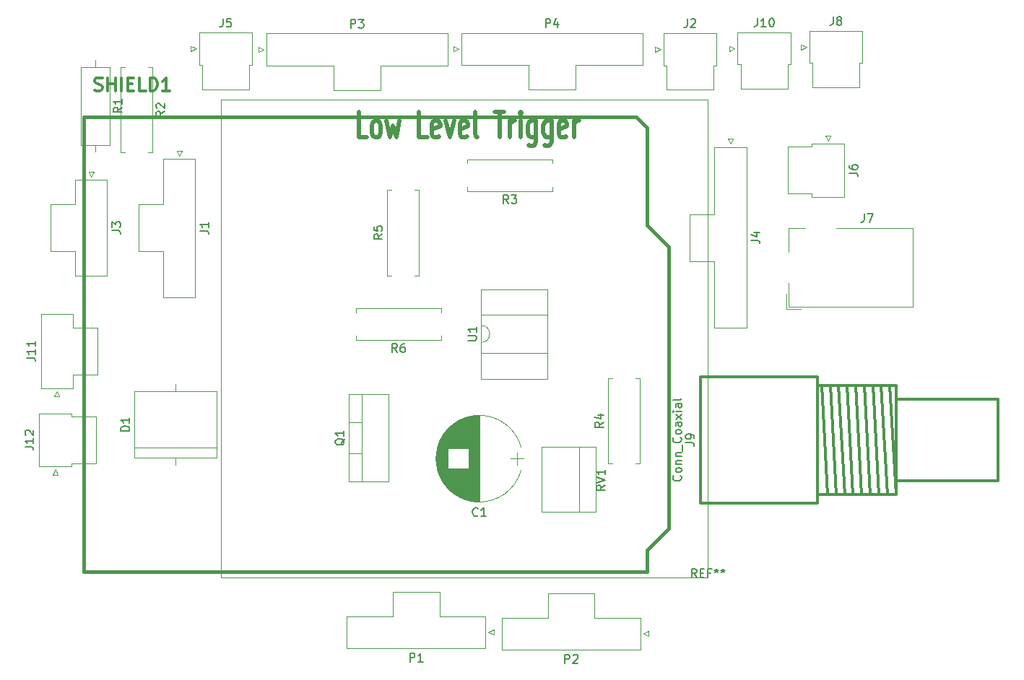
<source format=gbr>
G04 #@! TF.GenerationSoftware,KiCad,Pcbnew,(5.1.2)-2*
G04 #@! TF.CreationDate,2019-07-05T17:58:29+05:30*
G04 #@! TF.ProjectId,AnimalBehaviour,416e696d-616c-4426-9568-6176696f7572,rev?*
G04 #@! TF.SameCoordinates,Original*
G04 #@! TF.FileFunction,Legend,Top*
G04 #@! TF.FilePolarity,Positive*
%FSLAX46Y46*%
G04 Gerber Fmt 4.6, Leading zero omitted, Abs format (unit mm)*
G04 Created by KiCad (PCBNEW (5.1.2)-2) date 2019-07-05 17:58:29*
%MOMM*%
%LPD*%
G04 APERTURE LIST*
%ADD10C,0.120000*%
%ADD11C,0.381000*%
%ADD12C,0.300000*%
%ADD13C,0.150000*%
%ADD14C,0.304800*%
%ADD15C,0.500000*%
%ADD16C,0.200000*%
G04 APERTURE END LIST*
D10*
X156340000Y-82450000D02*
X156340000Y-71830000D01*
X156340000Y-71830000D02*
X152560000Y-71830000D01*
X152560000Y-71830000D02*
X152560000Y-79700000D01*
X152560000Y-79700000D02*
X149700000Y-79700000D01*
X149700000Y-79700000D02*
X149700000Y-82450000D01*
X156340000Y-82450000D02*
X156340000Y-93070000D01*
X156340000Y-93070000D02*
X152560000Y-93070000D01*
X152560000Y-93070000D02*
X152560000Y-85200000D01*
X152560000Y-85200000D02*
X149700000Y-85200000D01*
X149700000Y-85200000D02*
X149700000Y-82450000D01*
X154450000Y-71480000D02*
X154150000Y-70880000D01*
X154150000Y-70880000D02*
X154750000Y-70880000D01*
X154750000Y-70880000D02*
X154450000Y-71480000D01*
X125160000Y-88510000D02*
X125160000Y-99010000D01*
X133020000Y-88510000D02*
X125160000Y-88510000D01*
X133020000Y-99010000D02*
X133020000Y-88510000D01*
X125160000Y-99010000D02*
X133020000Y-99010000D01*
X125220000Y-91510000D02*
X125220000Y-92760000D01*
X132960000Y-91510000D02*
X125220000Y-91510000D01*
X132960000Y-96010000D02*
X132960000Y-91510000D01*
X125220000Y-96010000D02*
X132960000Y-96010000D01*
X125220000Y-94760000D02*
X125220000Y-96010000D01*
X125220000Y-92760000D02*
G75*
G02X125220000Y-94760000I0J-1000000D01*
G01*
X90110000Y-72260000D02*
X89810000Y-72860000D01*
X89510000Y-72260000D02*
X90110000Y-72260000D01*
X89810000Y-72860000D02*
X89510000Y-72260000D01*
X85060000Y-84080000D02*
X85060000Y-81330000D01*
X87920000Y-84080000D02*
X85060000Y-84080000D01*
X87920000Y-89450000D02*
X87920000Y-84080000D01*
X91700000Y-89450000D02*
X87920000Y-89450000D01*
X91700000Y-81330000D02*
X91700000Y-89450000D01*
X85060000Y-78580000D02*
X85060000Y-81330000D01*
X87920000Y-78580000D02*
X85060000Y-78580000D01*
X87920000Y-73210000D02*
X87920000Y-78580000D01*
X91700000Y-73210000D02*
X87920000Y-73210000D01*
X91700000Y-81330000D02*
X91700000Y-73210000D01*
D11*
X144640000Y-81040000D02*
X144640000Y-69610000D01*
X144640000Y-69610000D02*
X143370000Y-68340000D01*
X143370000Y-68340000D02*
X78600000Y-68340000D01*
X144640000Y-121680000D02*
X78600000Y-121680000D01*
X78600000Y-121680000D02*
X78600000Y-68340000D01*
X144640000Y-81040000D02*
X147180000Y-83580000D01*
X147180000Y-83580000D02*
X147180000Y-116600000D01*
X147180000Y-116600000D02*
X144640000Y-119140000D01*
X144640000Y-119140000D02*
X144640000Y-121680000D01*
D10*
X151810000Y-66260000D02*
X151810000Y-122360000D01*
X94710000Y-66260000D02*
X151810000Y-66260000D01*
X94710000Y-122360000D02*
X94710000Y-66260000D01*
X151810000Y-122360000D02*
X94710000Y-122360000D01*
X129450000Y-109140000D02*
X129450000Y-107640000D01*
X130200000Y-108390000D02*
X128700000Y-108390000D01*
X119919000Y-108669000D02*
X119919000Y-108111000D01*
X119959000Y-109062000D02*
X119959000Y-107718000D01*
X119999000Y-109303000D02*
X119999000Y-107477000D01*
X120039000Y-109494000D02*
X120039000Y-107286000D01*
X120079000Y-109655000D02*
X120079000Y-107125000D01*
X120119000Y-109797000D02*
X120119000Y-106983000D01*
X120159000Y-109926000D02*
X120159000Y-106854000D01*
X120199000Y-110044000D02*
X120199000Y-106736000D01*
X120239000Y-110153000D02*
X120239000Y-106627000D01*
X120279000Y-110256000D02*
X120279000Y-106524000D01*
X120319000Y-110352000D02*
X120319000Y-106428000D01*
X120359000Y-110443000D02*
X120359000Y-106337000D01*
X120399000Y-110530000D02*
X120399000Y-106250000D01*
X120439000Y-110612000D02*
X120439000Y-106168000D01*
X120479000Y-110691000D02*
X120479000Y-106089000D01*
X120519000Y-110767000D02*
X120519000Y-106013000D01*
X120559000Y-110839000D02*
X120559000Y-105941000D01*
X120599000Y-110909000D02*
X120599000Y-105871000D01*
X120639000Y-110977000D02*
X120639000Y-105803000D01*
X120679000Y-111042000D02*
X120679000Y-105738000D01*
X120719000Y-111105000D02*
X120719000Y-105675000D01*
X120759000Y-111167000D02*
X120759000Y-105613000D01*
X120799000Y-111226000D02*
X120799000Y-105554000D01*
X120839000Y-111284000D02*
X120839000Y-105496000D01*
X120879000Y-111339000D02*
X120879000Y-105441000D01*
X120919000Y-111394000D02*
X120919000Y-105386000D01*
X120959000Y-111447000D02*
X120959000Y-105333000D01*
X120999000Y-111498000D02*
X120999000Y-105282000D01*
X121039000Y-111548000D02*
X121039000Y-105232000D01*
X121079000Y-111597000D02*
X121079000Y-105183000D01*
X121119000Y-111645000D02*
X121119000Y-105135000D01*
X121159000Y-111692000D02*
X121159000Y-105088000D01*
X121199000Y-111737000D02*
X121199000Y-105043000D01*
X121239000Y-111781000D02*
X121239000Y-104999000D01*
X121279000Y-111825000D02*
X121279000Y-104955000D01*
X121319000Y-111867000D02*
X121319000Y-104913000D01*
X121359000Y-107209000D02*
X121359000Y-104872000D01*
X121359000Y-111908000D02*
X121359000Y-109571000D01*
X121399000Y-107209000D02*
X121399000Y-104831000D01*
X121399000Y-111949000D02*
X121399000Y-109571000D01*
X121439000Y-107209000D02*
X121439000Y-104792000D01*
X121439000Y-111988000D02*
X121439000Y-109571000D01*
X121479000Y-107209000D02*
X121479000Y-104753000D01*
X121479000Y-112027000D02*
X121479000Y-109571000D01*
X121519000Y-107209000D02*
X121519000Y-104715000D01*
X121519000Y-112065000D02*
X121519000Y-109571000D01*
X121559000Y-107209000D02*
X121559000Y-104678000D01*
X121559000Y-112102000D02*
X121559000Y-109571000D01*
X121599000Y-107209000D02*
X121599000Y-104642000D01*
X121599000Y-112138000D02*
X121599000Y-109571000D01*
X121639000Y-107209000D02*
X121639000Y-104606000D01*
X121639000Y-112174000D02*
X121639000Y-109571000D01*
X121679000Y-107209000D02*
X121679000Y-104571000D01*
X121679000Y-112209000D02*
X121679000Y-109571000D01*
X121719000Y-107209000D02*
X121719000Y-104537000D01*
X121719000Y-112243000D02*
X121719000Y-109571000D01*
X121759000Y-107209000D02*
X121759000Y-104504000D01*
X121759000Y-112276000D02*
X121759000Y-109571000D01*
X121799000Y-107209000D02*
X121799000Y-104471000D01*
X121799000Y-112309000D02*
X121799000Y-109571000D01*
X121839000Y-107209000D02*
X121839000Y-104439000D01*
X121839000Y-112341000D02*
X121839000Y-109571000D01*
X121879000Y-107209000D02*
X121879000Y-104408000D01*
X121879000Y-112372000D02*
X121879000Y-109571000D01*
X121919000Y-107209000D02*
X121919000Y-104377000D01*
X121919000Y-112403000D02*
X121919000Y-109571000D01*
X121959000Y-107209000D02*
X121959000Y-104347000D01*
X121959000Y-112433000D02*
X121959000Y-109571000D01*
X121999000Y-107209000D02*
X121999000Y-104318000D01*
X121999000Y-112462000D02*
X121999000Y-109571000D01*
X122039000Y-107209000D02*
X122039000Y-104289000D01*
X122039000Y-112491000D02*
X122039000Y-109571000D01*
X122079000Y-107209000D02*
X122079000Y-104260000D01*
X122079000Y-112520000D02*
X122079000Y-109571000D01*
X122119000Y-107209000D02*
X122119000Y-104233000D01*
X122119000Y-112547000D02*
X122119000Y-109571000D01*
X122159000Y-107209000D02*
X122159000Y-104205000D01*
X122159000Y-112575000D02*
X122159000Y-109571000D01*
X122199000Y-107209000D02*
X122199000Y-104179000D01*
X122199000Y-112601000D02*
X122199000Y-109571000D01*
X122239000Y-107209000D02*
X122239000Y-104153000D01*
X122239000Y-112627000D02*
X122239000Y-109571000D01*
X122279000Y-107209000D02*
X122279000Y-104127000D01*
X122279000Y-112653000D02*
X122279000Y-109571000D01*
X122319000Y-107209000D02*
X122319000Y-104102000D01*
X122319000Y-112678000D02*
X122319000Y-109571000D01*
X122359000Y-107209000D02*
X122359000Y-104078000D01*
X122359000Y-112702000D02*
X122359000Y-109571000D01*
X122399000Y-107209000D02*
X122399000Y-104054000D01*
X122399000Y-112726000D02*
X122399000Y-109571000D01*
X122439000Y-107209000D02*
X122439000Y-104030000D01*
X122439000Y-112750000D02*
X122439000Y-109571000D01*
X122479000Y-107209000D02*
X122479000Y-104007000D01*
X122479000Y-112773000D02*
X122479000Y-109571000D01*
X122519000Y-107209000D02*
X122519000Y-103985000D01*
X122519000Y-112795000D02*
X122519000Y-109571000D01*
X122559000Y-107209000D02*
X122559000Y-103962000D01*
X122559000Y-112818000D02*
X122559000Y-109571000D01*
X122599000Y-107209000D02*
X122599000Y-103941000D01*
X122599000Y-112839000D02*
X122599000Y-109571000D01*
X122639000Y-107209000D02*
X122639000Y-103920000D01*
X122639000Y-112860000D02*
X122639000Y-109571000D01*
X122679000Y-107209000D02*
X122679000Y-103899000D01*
X122679000Y-112881000D02*
X122679000Y-109571000D01*
X122719000Y-107209000D02*
X122719000Y-103879000D01*
X122719000Y-112901000D02*
X122719000Y-109571000D01*
X122759000Y-107209000D02*
X122759000Y-103859000D01*
X122759000Y-112921000D02*
X122759000Y-109571000D01*
X122799000Y-107209000D02*
X122799000Y-103840000D01*
X122799000Y-112940000D02*
X122799000Y-109571000D01*
X122839000Y-107209000D02*
X122839000Y-103821000D01*
X122839000Y-112959000D02*
X122839000Y-109571000D01*
X122879000Y-107209000D02*
X122879000Y-103802000D01*
X122879000Y-112978000D02*
X122879000Y-109571000D01*
X122919000Y-107209000D02*
X122919000Y-103784000D01*
X122919000Y-112996000D02*
X122919000Y-109571000D01*
X122959000Y-107209000D02*
X122959000Y-103766000D01*
X122959000Y-113014000D02*
X122959000Y-109571000D01*
X122999000Y-107209000D02*
X122999000Y-103749000D01*
X122999000Y-113031000D02*
X122999000Y-109571000D01*
X123039000Y-107209000D02*
X123039000Y-103732000D01*
X123039000Y-113048000D02*
X123039000Y-109571000D01*
X123079000Y-107209000D02*
X123079000Y-103716000D01*
X123079000Y-113064000D02*
X123079000Y-109571000D01*
X123119000Y-107209000D02*
X123119000Y-103699000D01*
X123119000Y-113081000D02*
X123119000Y-109571000D01*
X123159000Y-107209000D02*
X123159000Y-103684000D01*
X123159000Y-113096000D02*
X123159000Y-109571000D01*
X123199000Y-107209000D02*
X123199000Y-103668000D01*
X123199000Y-113112000D02*
X123199000Y-109571000D01*
X123239000Y-107209000D02*
X123239000Y-103653000D01*
X123239000Y-113127000D02*
X123239000Y-109571000D01*
X123279000Y-107209000D02*
X123279000Y-103639000D01*
X123279000Y-113141000D02*
X123279000Y-109571000D01*
X123319000Y-107209000D02*
X123319000Y-103625000D01*
X123319000Y-113155000D02*
X123319000Y-109571000D01*
X123359000Y-107209000D02*
X123359000Y-103611000D01*
X123359000Y-113169000D02*
X123359000Y-109571000D01*
X123399000Y-107209000D02*
X123399000Y-103598000D01*
X123399000Y-113182000D02*
X123399000Y-109571000D01*
X123439000Y-107209000D02*
X123439000Y-103584000D01*
X123439000Y-113196000D02*
X123439000Y-109571000D01*
X123479000Y-107209000D02*
X123479000Y-103572000D01*
X123479000Y-113208000D02*
X123479000Y-109571000D01*
X123519000Y-107209000D02*
X123519000Y-103559000D01*
X123519000Y-113221000D02*
X123519000Y-109571000D01*
X123559000Y-107209000D02*
X123559000Y-103547000D01*
X123559000Y-113233000D02*
X123559000Y-109571000D01*
X123599000Y-107209000D02*
X123599000Y-103536000D01*
X123599000Y-113244000D02*
X123599000Y-109571000D01*
X123639000Y-107209000D02*
X123639000Y-103525000D01*
X123639000Y-113255000D02*
X123639000Y-109571000D01*
X123679000Y-107209000D02*
X123679000Y-103514000D01*
X123679000Y-113266000D02*
X123679000Y-109571000D01*
X123719000Y-113277000D02*
X123719000Y-103503000D01*
X123759000Y-113287000D02*
X123759000Y-103493000D01*
X123799000Y-113297000D02*
X123799000Y-103483000D01*
X123839000Y-113307000D02*
X123839000Y-103473000D01*
X123879000Y-113316000D02*
X123879000Y-103464000D01*
X123919000Y-113325000D02*
X123919000Y-103455000D01*
X123959000Y-113333000D02*
X123959000Y-103447000D01*
X123999000Y-113341000D02*
X123999000Y-103439000D01*
X124039000Y-113349000D02*
X124039000Y-103431000D01*
X124079000Y-113357000D02*
X124079000Y-103423000D01*
X124119000Y-113364000D02*
X124119000Y-103416000D01*
X124159000Y-113371000D02*
X124159000Y-103409000D01*
X124199000Y-113377000D02*
X124199000Y-103403000D01*
X124239000Y-113383000D02*
X124239000Y-103397000D01*
X124279000Y-113389000D02*
X124279000Y-103391000D01*
X124320000Y-113395000D02*
X124320000Y-103385000D01*
X124360000Y-113400000D02*
X124360000Y-103380000D01*
X124400000Y-113405000D02*
X124400000Y-103375000D01*
X124440000Y-113410000D02*
X124440000Y-103370000D01*
X124480000Y-113414000D02*
X124480000Y-103366000D01*
X124520000Y-113418000D02*
X124520000Y-103362000D01*
X124560000Y-113421000D02*
X124560000Y-103359000D01*
X124600000Y-113425000D02*
X124600000Y-103355000D01*
X124640000Y-113428000D02*
X124640000Y-103352000D01*
X124680000Y-113430000D02*
X124680000Y-103350000D01*
X124720000Y-113433000D02*
X124720000Y-103347000D01*
X124760000Y-113435000D02*
X124760000Y-103345000D01*
X124800000Y-113437000D02*
X124800000Y-103343000D01*
X124840000Y-113438000D02*
X124840000Y-103342000D01*
X124880000Y-113439000D02*
X124880000Y-103341000D01*
X124920000Y-113440000D02*
X124920000Y-103340000D01*
X124960000Y-113440000D02*
X124960000Y-103340000D01*
X125000000Y-113440000D02*
X125000000Y-103340000D01*
X120101563Y-107006736D02*
G75*
G03X120100643Y-109770000I4898437J-1383264D01*
G01*
X120101563Y-107006736D02*
G75*
G02X129899357Y-107010000I4898437J-1383264D01*
G01*
X120101563Y-109773264D02*
G75*
G03X129899357Y-109770000I4898437J1383264D01*
G01*
X84535000Y-107047000D02*
X94185000Y-107047000D01*
X89360000Y-99610000D02*
X89360000Y-100510000D01*
X89360000Y-109150000D02*
X89360000Y-108250000D01*
X84535000Y-100510000D02*
X84535000Y-108250000D01*
X94185000Y-100510000D02*
X84535000Y-100510000D01*
X94185000Y-108250000D02*
X94185000Y-100510000D01*
X84535000Y-108250000D02*
X94185000Y-108250000D01*
X149710000Y-58480000D02*
X146590000Y-58480000D01*
X146590000Y-58480000D02*
X146590000Y-62260000D01*
X146590000Y-62260000D02*
X146960000Y-62260000D01*
X146960000Y-62260000D02*
X146960000Y-65120000D01*
X146960000Y-65120000D02*
X149710000Y-65120000D01*
X149710000Y-58480000D02*
X152830000Y-58480000D01*
X152830000Y-58480000D02*
X152830000Y-62260000D01*
X152830000Y-62260000D02*
X152460000Y-62260000D01*
X152460000Y-62260000D02*
X152460000Y-65120000D01*
X152460000Y-65120000D02*
X149710000Y-65120000D01*
X146240000Y-60370000D02*
X145640000Y-60670000D01*
X145640000Y-60670000D02*
X145640000Y-60070000D01*
X145640000Y-60070000D02*
X146240000Y-60370000D01*
X79790000Y-74720000D02*
X79490000Y-75320000D01*
X79190000Y-74720000D02*
X79790000Y-74720000D01*
X79490000Y-75320000D02*
X79190000Y-74720000D01*
X74740000Y-84040000D02*
X74740000Y-81290000D01*
X77600000Y-84040000D02*
X74740000Y-84040000D01*
X77600000Y-86910000D02*
X77600000Y-84040000D01*
X81380000Y-86910000D02*
X77600000Y-86910000D01*
X81380000Y-81290000D02*
X81380000Y-86910000D01*
X74740000Y-78540000D02*
X74740000Y-81290000D01*
X77600000Y-78540000D02*
X74740000Y-78540000D01*
X77600000Y-75670000D02*
X77600000Y-78540000D01*
X81380000Y-75670000D02*
X77600000Y-75670000D01*
X81380000Y-81290000D02*
X81380000Y-75670000D01*
X91200000Y-60000000D02*
X91800000Y-60300000D01*
X91200000Y-60600000D02*
X91200000Y-60000000D01*
X91800000Y-60300000D02*
X91200000Y-60600000D01*
X98020000Y-65050000D02*
X95270000Y-65050000D01*
X98020000Y-62190000D02*
X98020000Y-65050000D01*
X98390000Y-62190000D02*
X98020000Y-62190000D01*
X98390000Y-58410000D02*
X98390000Y-62190000D01*
X95270000Y-58410000D02*
X98390000Y-58410000D01*
X92520000Y-65050000D02*
X95270000Y-65050000D01*
X92520000Y-62190000D02*
X92520000Y-65050000D01*
X92150000Y-62190000D02*
X92520000Y-62190000D01*
X92150000Y-58410000D02*
X92150000Y-62190000D01*
X95270000Y-58410000D02*
X92150000Y-58410000D01*
X166200000Y-70490000D02*
X165900000Y-71090000D01*
X165600000Y-70490000D02*
X166200000Y-70490000D01*
X165900000Y-71090000D02*
X165600000Y-70490000D01*
X161150000Y-77310000D02*
X161150000Y-74560000D01*
X164010000Y-77310000D02*
X161150000Y-77310000D01*
X164010000Y-77680000D02*
X164010000Y-77310000D01*
X167790000Y-77680000D02*
X164010000Y-77680000D01*
X167790000Y-74560000D02*
X167790000Y-77680000D01*
X161150000Y-71810000D02*
X161150000Y-74560000D01*
X164010000Y-71810000D02*
X161150000Y-71810000D01*
X164010000Y-71440000D02*
X164010000Y-71810000D01*
X167790000Y-71440000D02*
X164010000Y-71440000D01*
X167790000Y-74560000D02*
X167790000Y-71440000D01*
X160990000Y-90790000D02*
X160990000Y-89050000D01*
X162730000Y-90790000D02*
X160990000Y-90790000D01*
X161230000Y-81350000D02*
X163230000Y-81350000D01*
X161230000Y-84150000D02*
X161230000Y-81350000D01*
X161230000Y-90550000D02*
X161230000Y-87750000D01*
X175830000Y-90550000D02*
X161230000Y-90550000D01*
X175830000Y-81350000D02*
X175830000Y-90550000D01*
X166830000Y-81350000D02*
X175830000Y-81350000D01*
X166810000Y-58210000D02*
X163690000Y-58210000D01*
X163690000Y-58210000D02*
X163690000Y-61990000D01*
X163690000Y-61990000D02*
X164060000Y-61990000D01*
X164060000Y-61990000D02*
X164060000Y-64850000D01*
X164060000Y-64850000D02*
X166810000Y-64850000D01*
X166810000Y-58210000D02*
X169930000Y-58210000D01*
X169930000Y-58210000D02*
X169930000Y-61990000D01*
X169930000Y-61990000D02*
X169560000Y-61990000D01*
X169560000Y-61990000D02*
X169560000Y-64850000D01*
X169560000Y-64850000D02*
X166810000Y-64850000D01*
X163340000Y-60100000D02*
X162740000Y-60400000D01*
X162740000Y-60400000D02*
X162740000Y-59800000D01*
X162740000Y-59800000D02*
X163340000Y-60100000D01*
D12*
X165840000Y-112580000D02*
X165140000Y-99780000D01*
X169840000Y-112580000D02*
X169140000Y-99780000D01*
X168840000Y-112580000D02*
X168140000Y-99780000D01*
X166840000Y-112580000D02*
X166140000Y-99780000D01*
X167840000Y-112580000D02*
X167140000Y-99780000D01*
X171840000Y-112580000D02*
X171140000Y-99780000D01*
X170840000Y-112580000D02*
X170140000Y-99780000D01*
X172840000Y-112580000D02*
X172140000Y-99780000D01*
X173840000Y-112580000D02*
X173140000Y-99780000D01*
X173840000Y-99780000D02*
X164640000Y-99780000D01*
X173840000Y-112580000D02*
X164640000Y-112580000D01*
X185840000Y-101380000D02*
X173840000Y-101380000D01*
X185840000Y-110980000D02*
X173840000Y-110980000D01*
X185840000Y-110980000D02*
X185840000Y-101380000D01*
X173840000Y-112580000D02*
X173840000Y-99780000D01*
X164640000Y-98780000D02*
X150940000Y-98780000D01*
X150940000Y-113580000D02*
X164640000Y-113580000D01*
X150940000Y-113580000D02*
X150940000Y-98780000D01*
X164640000Y-113580000D02*
X164640000Y-98780000D01*
D10*
X158410000Y-58380000D02*
X155290000Y-58380000D01*
X155290000Y-58380000D02*
X155290000Y-62160000D01*
X155290000Y-62160000D02*
X155660000Y-62160000D01*
X155660000Y-62160000D02*
X155660000Y-65020000D01*
X155660000Y-65020000D02*
X158410000Y-65020000D01*
X158410000Y-58380000D02*
X161530000Y-58380000D01*
X161530000Y-58380000D02*
X161530000Y-62160000D01*
X161530000Y-62160000D02*
X161160000Y-62160000D01*
X161160000Y-62160000D02*
X161160000Y-65020000D01*
X161160000Y-65020000D02*
X158410000Y-65020000D01*
X154940000Y-60270000D02*
X154340000Y-60570000D01*
X154340000Y-60570000D02*
X154340000Y-59970000D01*
X154340000Y-59970000D02*
X154940000Y-60270000D01*
X75190000Y-101070000D02*
X75490000Y-100470000D01*
X75790000Y-101070000D02*
X75190000Y-101070000D01*
X75490000Y-100470000D02*
X75790000Y-101070000D01*
X80240000Y-93000000D02*
X80240000Y-95750000D01*
X77380000Y-93000000D02*
X80240000Y-93000000D01*
X77380000Y-91380000D02*
X77380000Y-93000000D01*
X73600000Y-91380000D02*
X77380000Y-91380000D01*
X73600000Y-95750000D02*
X73600000Y-91380000D01*
X80240000Y-98500000D02*
X80240000Y-95750000D01*
X77380000Y-98500000D02*
X80240000Y-98500000D01*
X77380000Y-100120000D02*
X77380000Y-98500000D01*
X73600000Y-100120000D02*
X77380000Y-100120000D01*
X73600000Y-95750000D02*
X73600000Y-100120000D01*
X74990000Y-110260000D02*
X75290000Y-109660000D01*
X75590000Y-110260000D02*
X74990000Y-110260000D01*
X75290000Y-109660000D02*
X75590000Y-110260000D01*
X80040000Y-103440000D02*
X80040000Y-106190000D01*
X77180000Y-103440000D02*
X80040000Y-103440000D01*
X77180000Y-103070000D02*
X77180000Y-103440000D01*
X73400000Y-103070000D02*
X77180000Y-103070000D01*
X73400000Y-106190000D02*
X73400000Y-103070000D01*
X80040000Y-108940000D02*
X80040000Y-106190000D01*
X77180000Y-108940000D02*
X80040000Y-108940000D01*
X77180000Y-109310000D02*
X77180000Y-108940000D01*
X73400000Y-109310000D02*
X77180000Y-109310000D01*
X73400000Y-106190000D02*
X73400000Y-109310000D01*
X117610000Y-130640000D02*
X125730000Y-130640000D01*
X125730000Y-130640000D02*
X125730000Y-126860000D01*
X125730000Y-126860000D02*
X120360000Y-126860000D01*
X120360000Y-126860000D02*
X120360000Y-124000000D01*
X120360000Y-124000000D02*
X117610000Y-124000000D01*
X117610000Y-130640000D02*
X109490000Y-130640000D01*
X109490000Y-130640000D02*
X109490000Y-126860000D01*
X109490000Y-126860000D02*
X114860000Y-126860000D01*
X114860000Y-126860000D02*
X114860000Y-124000000D01*
X114860000Y-124000000D02*
X117610000Y-124000000D01*
X126080000Y-128750000D02*
X126680000Y-128450000D01*
X126680000Y-128450000D02*
X126680000Y-129050000D01*
X126680000Y-129050000D02*
X126080000Y-128750000D01*
X144850000Y-129220000D02*
X144250000Y-128920000D01*
X144850000Y-128620000D02*
X144850000Y-129220000D01*
X144250000Y-128920000D02*
X144850000Y-128620000D01*
X133030000Y-124170000D02*
X135780000Y-124170000D01*
X133030000Y-127030000D02*
X133030000Y-124170000D01*
X127660000Y-127030000D02*
X133030000Y-127030000D01*
X127660000Y-130810000D02*
X127660000Y-127030000D01*
X135780000Y-130810000D02*
X127660000Y-130810000D01*
X138530000Y-124170000D02*
X135780000Y-124170000D01*
X138530000Y-127030000D02*
X138530000Y-124170000D01*
X143900000Y-127030000D02*
X138530000Y-127030000D01*
X143900000Y-130810000D02*
X143900000Y-127030000D01*
X135780000Y-130810000D02*
X143900000Y-130810000D01*
X99100000Y-60110000D02*
X99700000Y-60410000D01*
X99100000Y-60710000D02*
X99100000Y-60110000D01*
X99700000Y-60410000D02*
X99100000Y-60710000D01*
X113420000Y-65160000D02*
X110670000Y-65160000D01*
X113420000Y-62300000D02*
X113420000Y-65160000D01*
X121290000Y-62300000D02*
X113420000Y-62300000D01*
X121290000Y-58520000D02*
X121290000Y-62300000D01*
X110670000Y-58520000D02*
X121290000Y-58520000D01*
X107920000Y-65160000D02*
X110670000Y-65160000D01*
X107920000Y-62300000D02*
X107920000Y-65160000D01*
X100050000Y-62300000D02*
X107920000Y-62300000D01*
X100050000Y-58520000D02*
X100050000Y-62300000D01*
X110670000Y-58520000D02*
X100050000Y-58520000D01*
X121950000Y-60040000D02*
X122550000Y-60340000D01*
X121950000Y-60640000D02*
X121950000Y-60040000D01*
X122550000Y-60340000D02*
X121950000Y-60640000D01*
X136270000Y-65090000D02*
X133520000Y-65090000D01*
X136270000Y-62230000D02*
X136270000Y-65090000D01*
X144140000Y-62230000D02*
X136270000Y-62230000D01*
X144140000Y-58450000D02*
X144140000Y-62230000D01*
X133520000Y-58450000D02*
X144140000Y-58450000D01*
X130770000Y-65090000D02*
X133520000Y-65090000D01*
X130770000Y-62230000D02*
X130770000Y-65090000D01*
X122900000Y-62230000D02*
X130770000Y-62230000D01*
X122900000Y-58450000D02*
X122900000Y-62230000D01*
X133520000Y-58450000D02*
X122900000Y-58450000D01*
X109680000Y-104099000D02*
X111190000Y-104099000D01*
X109680000Y-107800000D02*
X111190000Y-107800000D01*
X111190000Y-111070000D02*
X111190000Y-100830000D01*
X109680000Y-100830000D02*
X114321000Y-100830000D01*
X109680000Y-111070000D02*
X114321000Y-111070000D01*
X114321000Y-111070000D02*
X114321000Y-100830000D01*
X109680000Y-111070000D02*
X109680000Y-100830000D01*
X79990000Y-72380000D02*
X79990000Y-71570000D01*
X79990000Y-61640000D02*
X79990000Y-62450000D01*
X81650000Y-71570000D02*
X81650000Y-62450000D01*
X78330000Y-71570000D02*
X81650000Y-71570000D01*
X78330000Y-62450000D02*
X78330000Y-71570000D01*
X81650000Y-62450000D02*
X78330000Y-62450000D01*
X82950000Y-72490000D02*
X83430000Y-72490000D01*
X82950000Y-62470000D02*
X82950000Y-72490000D01*
X83430000Y-62470000D02*
X82950000Y-62470000D01*
X86670000Y-72490000D02*
X86190000Y-72490000D01*
X86670000Y-62470000D02*
X86670000Y-72490000D01*
X86190000Y-62470000D02*
X86670000Y-62470000D01*
X123590000Y-73280000D02*
X123590000Y-73760000D01*
X133610000Y-73280000D02*
X123590000Y-73280000D01*
X133610000Y-73760000D02*
X133610000Y-73280000D01*
X123590000Y-77000000D02*
X123590000Y-76520000D01*
X133610000Y-77000000D02*
X123590000Y-77000000D01*
X133610000Y-76520000D02*
X133610000Y-77000000D01*
X140580000Y-108950000D02*
X140100000Y-108950000D01*
X140100000Y-108950000D02*
X140100000Y-98930000D01*
X140100000Y-98930000D02*
X140580000Y-98930000D01*
X143340000Y-108950000D02*
X143820000Y-108950000D01*
X143820000Y-108950000D02*
X143820000Y-98930000D01*
X143820000Y-98930000D02*
X143340000Y-98930000D01*
X114660000Y-86900000D02*
X114180000Y-86900000D01*
X114180000Y-86900000D02*
X114180000Y-76880000D01*
X114180000Y-76880000D02*
X114660000Y-76880000D01*
X117420000Y-86900000D02*
X117900000Y-86900000D01*
X117900000Y-86900000D02*
X117900000Y-76880000D01*
X117900000Y-76880000D02*
X117420000Y-76880000D01*
X110530000Y-90730000D02*
X110530000Y-91210000D01*
X120550000Y-90730000D02*
X110530000Y-90730000D01*
X120550000Y-91210000D02*
X120550000Y-90730000D01*
X110530000Y-94450000D02*
X110530000Y-93970000D01*
X120550000Y-94450000D02*
X110530000Y-94450000D01*
X120550000Y-93970000D02*
X120550000Y-94450000D01*
X132310000Y-114660000D02*
X132310000Y-107040000D01*
X138650000Y-107040000D02*
X138650000Y-114660000D01*
X136750000Y-114660000D02*
X136750000Y-107040000D01*
X138650000Y-114660000D02*
X132310000Y-114660000D01*
X138650000Y-107040000D02*
X132310000Y-107040000D01*
D13*
X156902380Y-82783333D02*
X157616666Y-82783333D01*
X157759523Y-82830952D01*
X157854761Y-82926190D01*
X157902380Y-83069047D01*
X157902380Y-83164285D01*
X157235714Y-81878571D02*
X157902380Y-81878571D01*
X156854761Y-82116666D02*
X157569047Y-82354761D01*
X157569047Y-81735714D01*
X123672380Y-94521904D02*
X124481904Y-94521904D01*
X124577142Y-94474285D01*
X124624761Y-94426666D01*
X124672380Y-94331428D01*
X124672380Y-94140952D01*
X124624761Y-94045714D01*
X124577142Y-93998095D01*
X124481904Y-93950476D01*
X123672380Y-93950476D01*
X124672380Y-92950476D02*
X124672380Y-93521904D01*
X124672380Y-93236190D02*
X123672380Y-93236190D01*
X123815238Y-93331428D01*
X123910476Y-93426666D01*
X123958095Y-93521904D01*
X92262380Y-81663333D02*
X92976666Y-81663333D01*
X93119523Y-81710952D01*
X93214761Y-81806190D01*
X93262380Y-81949047D01*
X93262380Y-82044285D01*
X93262380Y-80663333D02*
X93262380Y-81234761D01*
X93262380Y-80949047D02*
X92262380Y-80949047D01*
X92405238Y-81044285D01*
X92500476Y-81139523D01*
X92548095Y-81234761D01*
D14*
X79924428Y-65146857D02*
X80142142Y-65219428D01*
X80505000Y-65219428D01*
X80650142Y-65146857D01*
X80722714Y-65074285D01*
X80795285Y-64929142D01*
X80795285Y-64784000D01*
X80722714Y-64638857D01*
X80650142Y-64566285D01*
X80505000Y-64493714D01*
X80214714Y-64421142D01*
X80069571Y-64348571D01*
X79997000Y-64276000D01*
X79924428Y-64130857D01*
X79924428Y-63985714D01*
X79997000Y-63840571D01*
X80069571Y-63768000D01*
X80214714Y-63695428D01*
X80577571Y-63695428D01*
X80795285Y-63768000D01*
X81448428Y-65219428D02*
X81448428Y-63695428D01*
X81448428Y-64421142D02*
X82319285Y-64421142D01*
X82319285Y-65219428D02*
X82319285Y-63695428D01*
X83045000Y-65219428D02*
X83045000Y-63695428D01*
X83770714Y-64421142D02*
X84278714Y-64421142D01*
X84496428Y-65219428D02*
X83770714Y-65219428D01*
X83770714Y-63695428D01*
X84496428Y-63695428D01*
X85875285Y-65219428D02*
X85149571Y-65219428D01*
X85149571Y-63695428D01*
X86383285Y-65219428D02*
X86383285Y-63695428D01*
X86746142Y-63695428D01*
X86963857Y-63768000D01*
X87109000Y-63913142D01*
X87181571Y-64058285D01*
X87254142Y-64348571D01*
X87254142Y-64566285D01*
X87181571Y-64856571D01*
X87109000Y-65001714D01*
X86963857Y-65146857D01*
X86746142Y-65219428D01*
X86383285Y-65219428D01*
X88705571Y-65219428D02*
X87834714Y-65219428D01*
X88270142Y-65219428D02*
X88270142Y-63695428D01*
X88125000Y-63913142D01*
X87979857Y-64058285D01*
X87834714Y-64130857D01*
D13*
X150476666Y-122312380D02*
X150143333Y-121836190D01*
X149905238Y-122312380D02*
X149905238Y-121312380D01*
X150286190Y-121312380D01*
X150381428Y-121360000D01*
X150429047Y-121407619D01*
X150476666Y-121502857D01*
X150476666Y-121645714D01*
X150429047Y-121740952D01*
X150381428Y-121788571D01*
X150286190Y-121836190D01*
X149905238Y-121836190D01*
X150905238Y-121788571D02*
X151238571Y-121788571D01*
X151381428Y-122312380D02*
X150905238Y-122312380D01*
X150905238Y-121312380D01*
X151381428Y-121312380D01*
X152143333Y-121788571D02*
X151810000Y-121788571D01*
X151810000Y-122312380D02*
X151810000Y-121312380D01*
X152286190Y-121312380D01*
X152810000Y-121312380D02*
X152810000Y-121550476D01*
X152571904Y-121455238D02*
X152810000Y-121550476D01*
X153048095Y-121455238D01*
X152667142Y-121740952D02*
X152810000Y-121550476D01*
X152952857Y-121740952D01*
X153571904Y-121312380D02*
X153571904Y-121550476D01*
X153333809Y-121455238D02*
X153571904Y-121550476D01*
X153810000Y-121455238D01*
X153429047Y-121740952D02*
X153571904Y-121550476D01*
X153714761Y-121740952D01*
D15*
X111850476Y-70717142D02*
X110898095Y-70717142D01*
X110898095Y-67717142D01*
X112802857Y-70717142D02*
X112612380Y-70574285D01*
X112517142Y-70431428D01*
X112421904Y-70145714D01*
X112421904Y-69288571D01*
X112517142Y-69002857D01*
X112612380Y-68860000D01*
X112802857Y-68717142D01*
X113088571Y-68717142D01*
X113279047Y-68860000D01*
X113374285Y-69002857D01*
X113469523Y-69288571D01*
X113469523Y-70145714D01*
X113374285Y-70431428D01*
X113279047Y-70574285D01*
X113088571Y-70717142D01*
X112802857Y-70717142D01*
X114136190Y-68717142D02*
X114517142Y-70717142D01*
X114898095Y-69288571D01*
X115279047Y-70717142D01*
X115660000Y-68717142D01*
X118898095Y-70717142D02*
X117945714Y-70717142D01*
X117945714Y-67717142D01*
X120326666Y-70574285D02*
X120136190Y-70717142D01*
X119755238Y-70717142D01*
X119564761Y-70574285D01*
X119469523Y-70288571D01*
X119469523Y-69145714D01*
X119564761Y-68860000D01*
X119755238Y-68717142D01*
X120136190Y-68717142D01*
X120326666Y-68860000D01*
X120421904Y-69145714D01*
X120421904Y-69431428D01*
X119469523Y-69717142D01*
X121088571Y-68717142D02*
X121564761Y-70717142D01*
X122040952Y-68717142D01*
X123564761Y-70574285D02*
X123374285Y-70717142D01*
X122993333Y-70717142D01*
X122802857Y-70574285D01*
X122707619Y-70288571D01*
X122707619Y-69145714D01*
X122802857Y-68860000D01*
X122993333Y-68717142D01*
X123374285Y-68717142D01*
X123564761Y-68860000D01*
X123660000Y-69145714D01*
X123660000Y-69431428D01*
X122707619Y-69717142D01*
X124802857Y-70717142D02*
X124612380Y-70574285D01*
X124517142Y-70288571D01*
X124517142Y-67717142D01*
X126802857Y-67717142D02*
X127945714Y-67717142D01*
X127374285Y-70717142D02*
X127374285Y-67717142D01*
X128612380Y-70717142D02*
X128612380Y-68717142D01*
X128612380Y-69288571D02*
X128707619Y-69002857D01*
X128802857Y-68860000D01*
X128993333Y-68717142D01*
X129183809Y-68717142D01*
X129850476Y-70717142D02*
X129850476Y-68717142D01*
X129850476Y-67717142D02*
X129755238Y-67860000D01*
X129850476Y-68002857D01*
X129945714Y-67860000D01*
X129850476Y-67717142D01*
X129850476Y-68002857D01*
X131660000Y-68717142D02*
X131660000Y-71145714D01*
X131564761Y-71431428D01*
X131469523Y-71574285D01*
X131279047Y-71717142D01*
X130993333Y-71717142D01*
X130802857Y-71574285D01*
X131660000Y-70574285D02*
X131469523Y-70717142D01*
X131088571Y-70717142D01*
X130898095Y-70574285D01*
X130802857Y-70431428D01*
X130707619Y-70145714D01*
X130707619Y-69288571D01*
X130802857Y-69002857D01*
X130898095Y-68860000D01*
X131088571Y-68717142D01*
X131469523Y-68717142D01*
X131660000Y-68860000D01*
X133469523Y-68717142D02*
X133469523Y-71145714D01*
X133374285Y-71431428D01*
X133279047Y-71574285D01*
X133088571Y-71717142D01*
X132802857Y-71717142D01*
X132612380Y-71574285D01*
X133469523Y-70574285D02*
X133279047Y-70717142D01*
X132898095Y-70717142D01*
X132707619Y-70574285D01*
X132612380Y-70431428D01*
X132517142Y-70145714D01*
X132517142Y-69288571D01*
X132612380Y-69002857D01*
X132707619Y-68860000D01*
X132898095Y-68717142D01*
X133279047Y-68717142D01*
X133469523Y-68860000D01*
X135183809Y-70574285D02*
X134993333Y-70717142D01*
X134612380Y-70717142D01*
X134421904Y-70574285D01*
X134326666Y-70288571D01*
X134326666Y-69145714D01*
X134421904Y-68860000D01*
X134612380Y-68717142D01*
X134993333Y-68717142D01*
X135183809Y-68860000D01*
X135279047Y-69145714D01*
X135279047Y-69431428D01*
X134326666Y-69717142D01*
X136136190Y-70717142D02*
X136136190Y-68717142D01*
X136136190Y-69288571D02*
X136231428Y-69002857D01*
X136326666Y-68860000D01*
X136517142Y-68717142D01*
X136707619Y-68717142D01*
D13*
X124833333Y-115057142D02*
X124785714Y-115104761D01*
X124642857Y-115152380D01*
X124547619Y-115152380D01*
X124404761Y-115104761D01*
X124309523Y-115009523D01*
X124261904Y-114914285D01*
X124214285Y-114723809D01*
X124214285Y-114580952D01*
X124261904Y-114390476D01*
X124309523Y-114295238D01*
X124404761Y-114200000D01*
X124547619Y-114152380D01*
X124642857Y-114152380D01*
X124785714Y-114200000D01*
X124833333Y-114247619D01*
X125785714Y-115152380D02*
X125214285Y-115152380D01*
X125500000Y-115152380D02*
X125500000Y-114152380D01*
X125404761Y-114295238D01*
X125309523Y-114390476D01*
X125214285Y-114438095D01*
X83987380Y-105118095D02*
X82987380Y-105118095D01*
X82987380Y-104880000D01*
X83035000Y-104737142D01*
X83130238Y-104641904D01*
X83225476Y-104594285D01*
X83415952Y-104546666D01*
X83558809Y-104546666D01*
X83749285Y-104594285D01*
X83844523Y-104641904D01*
X83939761Y-104737142D01*
X83987380Y-104880000D01*
X83987380Y-105118095D01*
X83987380Y-103594285D02*
X83987380Y-104165714D01*
X83987380Y-103880000D02*
X82987380Y-103880000D01*
X83130238Y-103975238D01*
X83225476Y-104070476D01*
X83273095Y-104165714D01*
X149376666Y-56822380D02*
X149376666Y-57536666D01*
X149329047Y-57679523D01*
X149233809Y-57774761D01*
X149090952Y-57822380D01*
X148995714Y-57822380D01*
X149805238Y-56917619D02*
X149852857Y-56870000D01*
X149948095Y-56822380D01*
X150186190Y-56822380D01*
X150281428Y-56870000D01*
X150329047Y-56917619D01*
X150376666Y-57012857D01*
X150376666Y-57108095D01*
X150329047Y-57250952D01*
X149757619Y-57822380D01*
X150376666Y-57822380D01*
X81942380Y-81623333D02*
X82656666Y-81623333D01*
X82799523Y-81670952D01*
X82894761Y-81766190D01*
X82942380Y-81909047D01*
X82942380Y-82004285D01*
X81942380Y-81242380D02*
X81942380Y-80623333D01*
X82323333Y-80956666D01*
X82323333Y-80813809D01*
X82370952Y-80718571D01*
X82418571Y-80670952D01*
X82513809Y-80623333D01*
X82751904Y-80623333D01*
X82847142Y-80670952D01*
X82894761Y-80718571D01*
X82942380Y-80813809D01*
X82942380Y-81099523D01*
X82894761Y-81194761D01*
X82847142Y-81242380D01*
X94936666Y-56752380D02*
X94936666Y-57466666D01*
X94889047Y-57609523D01*
X94793809Y-57704761D01*
X94650952Y-57752380D01*
X94555714Y-57752380D01*
X95889047Y-56752380D02*
X95412857Y-56752380D01*
X95365238Y-57228571D01*
X95412857Y-57180952D01*
X95508095Y-57133333D01*
X95746190Y-57133333D01*
X95841428Y-57180952D01*
X95889047Y-57228571D01*
X95936666Y-57323809D01*
X95936666Y-57561904D01*
X95889047Y-57657142D01*
X95841428Y-57704761D01*
X95746190Y-57752380D01*
X95508095Y-57752380D01*
X95412857Y-57704761D01*
X95365238Y-57657142D01*
X168352380Y-74893333D02*
X169066666Y-74893333D01*
X169209523Y-74940952D01*
X169304761Y-75036190D01*
X169352380Y-75179047D01*
X169352380Y-75274285D01*
X168352380Y-73988571D02*
X168352380Y-74179047D01*
X168400000Y-74274285D01*
X168447619Y-74321904D01*
X168590476Y-74417142D01*
X168780952Y-74464761D01*
X169161904Y-74464761D01*
X169257142Y-74417142D01*
X169304761Y-74369523D01*
X169352380Y-74274285D01*
X169352380Y-74083809D01*
X169304761Y-73988571D01*
X169257142Y-73940952D01*
X169161904Y-73893333D01*
X168923809Y-73893333D01*
X168828571Y-73940952D01*
X168780952Y-73988571D01*
X168733333Y-74083809D01*
X168733333Y-74274285D01*
X168780952Y-74369523D01*
X168828571Y-74417142D01*
X168923809Y-74464761D01*
X170146666Y-79652380D02*
X170146666Y-80366666D01*
X170099047Y-80509523D01*
X170003809Y-80604761D01*
X169860952Y-80652380D01*
X169765714Y-80652380D01*
X170527619Y-79652380D02*
X171194285Y-79652380D01*
X170765714Y-80652380D01*
X166476666Y-56552380D02*
X166476666Y-57266666D01*
X166429047Y-57409523D01*
X166333809Y-57504761D01*
X166190952Y-57552380D01*
X166095714Y-57552380D01*
X167095714Y-56980952D02*
X167000476Y-56933333D01*
X166952857Y-56885714D01*
X166905238Y-56790476D01*
X166905238Y-56742857D01*
X166952857Y-56647619D01*
X167000476Y-56600000D01*
X167095714Y-56552380D01*
X167286190Y-56552380D01*
X167381428Y-56600000D01*
X167429047Y-56647619D01*
X167476666Y-56742857D01*
X167476666Y-56790476D01*
X167429047Y-56885714D01*
X167381428Y-56933333D01*
X167286190Y-56980952D01*
X167095714Y-56980952D01*
X167000476Y-57028571D01*
X166952857Y-57076190D01*
X166905238Y-57171428D01*
X166905238Y-57361904D01*
X166952857Y-57457142D01*
X167000476Y-57504761D01*
X167095714Y-57552380D01*
X167286190Y-57552380D01*
X167381428Y-57504761D01*
X167429047Y-57457142D01*
X167476666Y-57361904D01*
X167476666Y-57171428D01*
X167429047Y-57076190D01*
X167381428Y-57028571D01*
X167286190Y-56980952D01*
D16*
X149192380Y-106513333D02*
X149906666Y-106513333D01*
X150049523Y-106560952D01*
X150144761Y-106656190D01*
X150192380Y-106799047D01*
X150192380Y-106894285D01*
X150192380Y-105989523D02*
X150192380Y-105799047D01*
X150144761Y-105703809D01*
X150097142Y-105656190D01*
X149954285Y-105560952D01*
X149763809Y-105513333D01*
X149382857Y-105513333D01*
X149287619Y-105560952D01*
X149240000Y-105608571D01*
X149192380Y-105703809D01*
X149192380Y-105894285D01*
X149240000Y-105989523D01*
X149287619Y-106037142D01*
X149382857Y-106084761D01*
X149620952Y-106084761D01*
X149716190Y-106037142D01*
X149763809Y-105989523D01*
X149811428Y-105894285D01*
X149811428Y-105703809D01*
X149763809Y-105608571D01*
X149716190Y-105560952D01*
X149620952Y-105513333D01*
X148597142Y-110370476D02*
X148644761Y-110418095D01*
X148692380Y-110560952D01*
X148692380Y-110656190D01*
X148644761Y-110799047D01*
X148549523Y-110894285D01*
X148454285Y-110941904D01*
X148263809Y-110989523D01*
X148120952Y-110989523D01*
X147930476Y-110941904D01*
X147835238Y-110894285D01*
X147740000Y-110799047D01*
X147692380Y-110656190D01*
X147692380Y-110560952D01*
X147740000Y-110418095D01*
X147787619Y-110370476D01*
X148692380Y-109799047D02*
X148644761Y-109894285D01*
X148597142Y-109941904D01*
X148501904Y-109989523D01*
X148216190Y-109989523D01*
X148120952Y-109941904D01*
X148073333Y-109894285D01*
X148025714Y-109799047D01*
X148025714Y-109656190D01*
X148073333Y-109560952D01*
X148120952Y-109513333D01*
X148216190Y-109465714D01*
X148501904Y-109465714D01*
X148597142Y-109513333D01*
X148644761Y-109560952D01*
X148692380Y-109656190D01*
X148692380Y-109799047D01*
X148025714Y-109037142D02*
X148692380Y-109037142D01*
X148120952Y-109037142D02*
X148073333Y-108989523D01*
X148025714Y-108894285D01*
X148025714Y-108751428D01*
X148073333Y-108656190D01*
X148168571Y-108608571D01*
X148692380Y-108608571D01*
X148025714Y-108132380D02*
X148692380Y-108132380D01*
X148120952Y-108132380D02*
X148073333Y-108084761D01*
X148025714Y-107989523D01*
X148025714Y-107846666D01*
X148073333Y-107751428D01*
X148168571Y-107703809D01*
X148692380Y-107703809D01*
X148787619Y-107465714D02*
X148787619Y-106703809D01*
X148597142Y-105894285D02*
X148644761Y-105941904D01*
X148692380Y-106084761D01*
X148692380Y-106180000D01*
X148644761Y-106322857D01*
X148549523Y-106418095D01*
X148454285Y-106465714D01*
X148263809Y-106513333D01*
X148120952Y-106513333D01*
X147930476Y-106465714D01*
X147835238Y-106418095D01*
X147740000Y-106322857D01*
X147692380Y-106180000D01*
X147692380Y-106084761D01*
X147740000Y-105941904D01*
X147787619Y-105894285D01*
X148692380Y-105322857D02*
X148644761Y-105418095D01*
X148597142Y-105465714D01*
X148501904Y-105513333D01*
X148216190Y-105513333D01*
X148120952Y-105465714D01*
X148073333Y-105418095D01*
X148025714Y-105322857D01*
X148025714Y-105180000D01*
X148073333Y-105084761D01*
X148120952Y-105037142D01*
X148216190Y-104989523D01*
X148501904Y-104989523D01*
X148597142Y-105037142D01*
X148644761Y-105084761D01*
X148692380Y-105180000D01*
X148692380Y-105322857D01*
X148692380Y-104132380D02*
X148168571Y-104132380D01*
X148073333Y-104180000D01*
X148025714Y-104275238D01*
X148025714Y-104465714D01*
X148073333Y-104560952D01*
X148644761Y-104132380D02*
X148692380Y-104227619D01*
X148692380Y-104465714D01*
X148644761Y-104560952D01*
X148549523Y-104608571D01*
X148454285Y-104608571D01*
X148359047Y-104560952D01*
X148311428Y-104465714D01*
X148311428Y-104227619D01*
X148263809Y-104132380D01*
X148692380Y-103751428D02*
X148025714Y-103227619D01*
X148025714Y-103751428D02*
X148692380Y-103227619D01*
X148692380Y-102846666D02*
X148025714Y-102846666D01*
X147692380Y-102846666D02*
X147740000Y-102894285D01*
X147787619Y-102846666D01*
X147740000Y-102799047D01*
X147692380Y-102846666D01*
X147787619Y-102846666D01*
X148692380Y-101941904D02*
X148168571Y-101941904D01*
X148073333Y-101989523D01*
X148025714Y-102084761D01*
X148025714Y-102275238D01*
X148073333Y-102370476D01*
X148644761Y-101941904D02*
X148692380Y-102037142D01*
X148692380Y-102275238D01*
X148644761Y-102370476D01*
X148549523Y-102418095D01*
X148454285Y-102418095D01*
X148359047Y-102370476D01*
X148311428Y-102275238D01*
X148311428Y-102037142D01*
X148263809Y-101941904D01*
X148692380Y-101322857D02*
X148644761Y-101418095D01*
X148549523Y-101465714D01*
X147692380Y-101465714D01*
D13*
X157600476Y-56722380D02*
X157600476Y-57436666D01*
X157552857Y-57579523D01*
X157457619Y-57674761D01*
X157314761Y-57722380D01*
X157219523Y-57722380D01*
X158600476Y-57722380D02*
X158029047Y-57722380D01*
X158314761Y-57722380D02*
X158314761Y-56722380D01*
X158219523Y-56865238D01*
X158124285Y-56960476D01*
X158029047Y-57008095D01*
X159219523Y-56722380D02*
X159314761Y-56722380D01*
X159410000Y-56770000D01*
X159457619Y-56817619D01*
X159505238Y-56912857D01*
X159552857Y-57103333D01*
X159552857Y-57341428D01*
X159505238Y-57531904D01*
X159457619Y-57627142D01*
X159410000Y-57674761D01*
X159314761Y-57722380D01*
X159219523Y-57722380D01*
X159124285Y-57674761D01*
X159076666Y-57627142D01*
X159029047Y-57531904D01*
X158981428Y-57341428D01*
X158981428Y-57103333D01*
X159029047Y-56912857D01*
X159076666Y-56817619D01*
X159124285Y-56770000D01*
X159219523Y-56722380D01*
X71942380Y-96559523D02*
X72656666Y-96559523D01*
X72799523Y-96607142D01*
X72894761Y-96702380D01*
X72942380Y-96845238D01*
X72942380Y-96940476D01*
X72942380Y-95559523D02*
X72942380Y-96130952D01*
X72942380Y-95845238D02*
X71942380Y-95845238D01*
X72085238Y-95940476D01*
X72180476Y-96035714D01*
X72228095Y-96130952D01*
X72942380Y-94607142D02*
X72942380Y-95178571D01*
X72942380Y-94892857D02*
X71942380Y-94892857D01*
X72085238Y-94988095D01*
X72180476Y-95083333D01*
X72228095Y-95178571D01*
X71742380Y-106999523D02*
X72456666Y-106999523D01*
X72599523Y-107047142D01*
X72694761Y-107142380D01*
X72742380Y-107285238D01*
X72742380Y-107380476D01*
X72742380Y-105999523D02*
X72742380Y-106570952D01*
X72742380Y-106285238D02*
X71742380Y-106285238D01*
X71885238Y-106380476D01*
X71980476Y-106475714D01*
X72028095Y-106570952D01*
X71837619Y-105618571D02*
X71790000Y-105570952D01*
X71742380Y-105475714D01*
X71742380Y-105237619D01*
X71790000Y-105142380D01*
X71837619Y-105094761D01*
X71932857Y-105047142D01*
X72028095Y-105047142D01*
X72170952Y-105094761D01*
X72742380Y-105666190D01*
X72742380Y-105047142D01*
X116871904Y-132202380D02*
X116871904Y-131202380D01*
X117252857Y-131202380D01*
X117348095Y-131250000D01*
X117395714Y-131297619D01*
X117443333Y-131392857D01*
X117443333Y-131535714D01*
X117395714Y-131630952D01*
X117348095Y-131678571D01*
X117252857Y-131726190D01*
X116871904Y-131726190D01*
X118395714Y-132202380D02*
X117824285Y-132202380D01*
X118110000Y-132202380D02*
X118110000Y-131202380D01*
X118014761Y-131345238D01*
X117919523Y-131440476D01*
X117824285Y-131488095D01*
X135041904Y-132372380D02*
X135041904Y-131372380D01*
X135422857Y-131372380D01*
X135518095Y-131420000D01*
X135565714Y-131467619D01*
X135613333Y-131562857D01*
X135613333Y-131705714D01*
X135565714Y-131800952D01*
X135518095Y-131848571D01*
X135422857Y-131896190D01*
X135041904Y-131896190D01*
X135994285Y-131467619D02*
X136041904Y-131420000D01*
X136137142Y-131372380D01*
X136375238Y-131372380D01*
X136470476Y-131420000D01*
X136518095Y-131467619D01*
X136565714Y-131562857D01*
X136565714Y-131658095D01*
X136518095Y-131800952D01*
X135946666Y-132372380D01*
X136565714Y-132372380D01*
X109931904Y-57862380D02*
X109931904Y-56862380D01*
X110312857Y-56862380D01*
X110408095Y-56910000D01*
X110455714Y-56957619D01*
X110503333Y-57052857D01*
X110503333Y-57195714D01*
X110455714Y-57290952D01*
X110408095Y-57338571D01*
X110312857Y-57386190D01*
X109931904Y-57386190D01*
X110836666Y-56862380D02*
X111455714Y-56862380D01*
X111122380Y-57243333D01*
X111265238Y-57243333D01*
X111360476Y-57290952D01*
X111408095Y-57338571D01*
X111455714Y-57433809D01*
X111455714Y-57671904D01*
X111408095Y-57767142D01*
X111360476Y-57814761D01*
X111265238Y-57862380D01*
X110979523Y-57862380D01*
X110884285Y-57814761D01*
X110836666Y-57767142D01*
X132781904Y-57792380D02*
X132781904Y-56792380D01*
X133162857Y-56792380D01*
X133258095Y-56840000D01*
X133305714Y-56887619D01*
X133353333Y-56982857D01*
X133353333Y-57125714D01*
X133305714Y-57220952D01*
X133258095Y-57268571D01*
X133162857Y-57316190D01*
X132781904Y-57316190D01*
X134210476Y-57125714D02*
X134210476Y-57792380D01*
X133972380Y-56744761D02*
X133734285Y-57459047D01*
X134353333Y-57459047D01*
X109227619Y-106045238D02*
X109180000Y-106140476D01*
X109084761Y-106235714D01*
X108941904Y-106378571D01*
X108894285Y-106473809D01*
X108894285Y-106569047D01*
X109132380Y-106521428D02*
X109084761Y-106616666D01*
X108989523Y-106711904D01*
X108799047Y-106759523D01*
X108465714Y-106759523D01*
X108275238Y-106711904D01*
X108180000Y-106616666D01*
X108132380Y-106521428D01*
X108132380Y-106330952D01*
X108180000Y-106235714D01*
X108275238Y-106140476D01*
X108465714Y-106092857D01*
X108799047Y-106092857D01*
X108989523Y-106140476D01*
X109084761Y-106235714D01*
X109132380Y-106330952D01*
X109132380Y-106521428D01*
X109132380Y-105140476D02*
X109132380Y-105711904D01*
X109132380Y-105426190D02*
X108132380Y-105426190D01*
X108275238Y-105521428D01*
X108370476Y-105616666D01*
X108418095Y-105711904D01*
X83102380Y-67176666D02*
X82626190Y-67510000D01*
X83102380Y-67748095D02*
X82102380Y-67748095D01*
X82102380Y-67367142D01*
X82150000Y-67271904D01*
X82197619Y-67224285D01*
X82292857Y-67176666D01*
X82435714Y-67176666D01*
X82530952Y-67224285D01*
X82578571Y-67271904D01*
X82626190Y-67367142D01*
X82626190Y-67748095D01*
X83102380Y-66224285D02*
X83102380Y-66795714D01*
X83102380Y-66510000D02*
X82102380Y-66510000D01*
X82245238Y-66605238D01*
X82340476Y-66700476D01*
X82388095Y-66795714D01*
X88122380Y-67646666D02*
X87646190Y-67980000D01*
X88122380Y-68218095D02*
X87122380Y-68218095D01*
X87122380Y-67837142D01*
X87170000Y-67741904D01*
X87217619Y-67694285D01*
X87312857Y-67646666D01*
X87455714Y-67646666D01*
X87550952Y-67694285D01*
X87598571Y-67741904D01*
X87646190Y-67837142D01*
X87646190Y-68218095D01*
X87217619Y-67265714D02*
X87170000Y-67218095D01*
X87122380Y-67122857D01*
X87122380Y-66884761D01*
X87170000Y-66789523D01*
X87217619Y-66741904D01*
X87312857Y-66694285D01*
X87408095Y-66694285D01*
X87550952Y-66741904D01*
X88122380Y-67313333D01*
X88122380Y-66694285D01*
X128433333Y-78452380D02*
X128100000Y-77976190D01*
X127861904Y-78452380D02*
X127861904Y-77452380D01*
X128242857Y-77452380D01*
X128338095Y-77500000D01*
X128385714Y-77547619D01*
X128433333Y-77642857D01*
X128433333Y-77785714D01*
X128385714Y-77880952D01*
X128338095Y-77928571D01*
X128242857Y-77976190D01*
X127861904Y-77976190D01*
X128766666Y-77452380D02*
X129385714Y-77452380D01*
X129052380Y-77833333D01*
X129195238Y-77833333D01*
X129290476Y-77880952D01*
X129338095Y-77928571D01*
X129385714Y-78023809D01*
X129385714Y-78261904D01*
X129338095Y-78357142D01*
X129290476Y-78404761D01*
X129195238Y-78452380D01*
X128909523Y-78452380D01*
X128814285Y-78404761D01*
X128766666Y-78357142D01*
X139552380Y-104106666D02*
X139076190Y-104440000D01*
X139552380Y-104678095D02*
X138552380Y-104678095D01*
X138552380Y-104297142D01*
X138600000Y-104201904D01*
X138647619Y-104154285D01*
X138742857Y-104106666D01*
X138885714Y-104106666D01*
X138980952Y-104154285D01*
X139028571Y-104201904D01*
X139076190Y-104297142D01*
X139076190Y-104678095D01*
X138885714Y-103249523D02*
X139552380Y-103249523D01*
X138504761Y-103487619D02*
X139219047Y-103725714D01*
X139219047Y-103106666D01*
X113632380Y-82056666D02*
X113156190Y-82390000D01*
X113632380Y-82628095D02*
X112632380Y-82628095D01*
X112632380Y-82247142D01*
X112680000Y-82151904D01*
X112727619Y-82104285D01*
X112822857Y-82056666D01*
X112965714Y-82056666D01*
X113060952Y-82104285D01*
X113108571Y-82151904D01*
X113156190Y-82247142D01*
X113156190Y-82628095D01*
X112632380Y-81151904D02*
X112632380Y-81628095D01*
X113108571Y-81675714D01*
X113060952Y-81628095D01*
X113013333Y-81532857D01*
X113013333Y-81294761D01*
X113060952Y-81199523D01*
X113108571Y-81151904D01*
X113203809Y-81104285D01*
X113441904Y-81104285D01*
X113537142Y-81151904D01*
X113584761Y-81199523D01*
X113632380Y-81294761D01*
X113632380Y-81532857D01*
X113584761Y-81628095D01*
X113537142Y-81675714D01*
X115373333Y-95902380D02*
X115040000Y-95426190D01*
X114801904Y-95902380D02*
X114801904Y-94902380D01*
X115182857Y-94902380D01*
X115278095Y-94950000D01*
X115325714Y-94997619D01*
X115373333Y-95092857D01*
X115373333Y-95235714D01*
X115325714Y-95330952D01*
X115278095Y-95378571D01*
X115182857Y-95426190D01*
X114801904Y-95426190D01*
X116230476Y-94902380D02*
X116040000Y-94902380D01*
X115944761Y-94950000D01*
X115897142Y-94997619D01*
X115801904Y-95140476D01*
X115754285Y-95330952D01*
X115754285Y-95711904D01*
X115801904Y-95807142D01*
X115849523Y-95854761D01*
X115944761Y-95902380D01*
X116135238Y-95902380D01*
X116230476Y-95854761D01*
X116278095Y-95807142D01*
X116325714Y-95711904D01*
X116325714Y-95473809D01*
X116278095Y-95378571D01*
X116230476Y-95330952D01*
X116135238Y-95283333D01*
X115944761Y-95283333D01*
X115849523Y-95330952D01*
X115801904Y-95378571D01*
X115754285Y-95473809D01*
X139732380Y-111495238D02*
X139256190Y-111828571D01*
X139732380Y-112066666D02*
X138732380Y-112066666D01*
X138732380Y-111685714D01*
X138780000Y-111590476D01*
X138827619Y-111542857D01*
X138922857Y-111495238D01*
X139065714Y-111495238D01*
X139160952Y-111542857D01*
X139208571Y-111590476D01*
X139256190Y-111685714D01*
X139256190Y-112066666D01*
X138732380Y-111209523D02*
X139732380Y-110876190D01*
X138732380Y-110542857D01*
X139732380Y-109685714D02*
X139732380Y-110257142D01*
X139732380Y-109971428D02*
X138732380Y-109971428D01*
X138875238Y-110066666D01*
X138970476Y-110161904D01*
X139018095Y-110257142D01*
M02*

</source>
